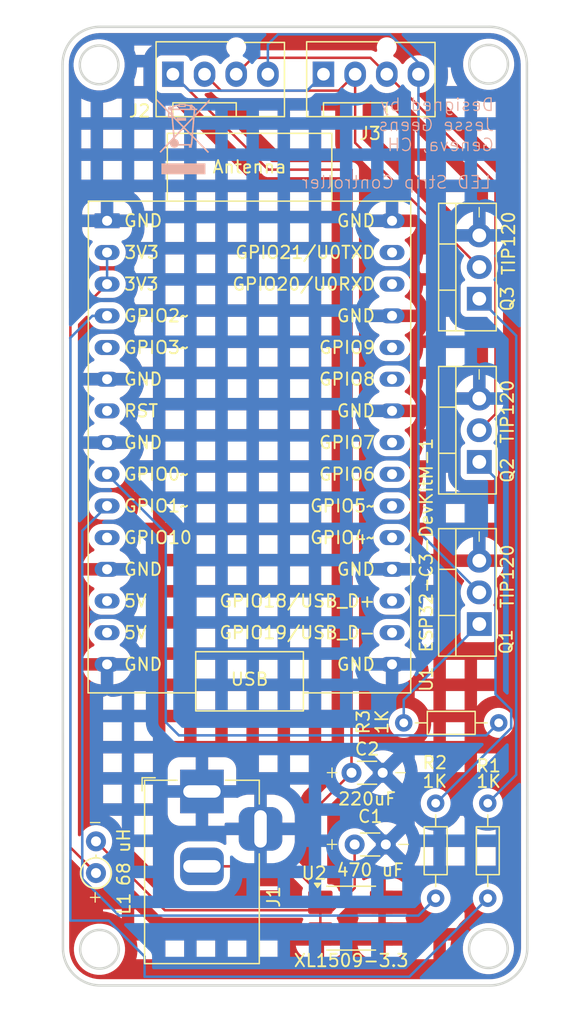
<source format=kicad_pcb>
(kicad_pcb (version 20241229) (generator "pcbnew") (generator_version "9.0")
  (layers (0 "F.Cu" signal) (2 "B.Cu" signal) (13 "F.Paste" user) (15 "B.Paste" user) (5 "F.SilkS" user "F.Silkscreen") (7 "B.SilkS" user "B.Silkscreen") (1 "F.Mask" user) (3 "B.Mask" user) (25 "Edge.Cuts" user))
  (net 0 "")
  (net 1 "Net-(U2-FB)")
  (net 2 "GND")
  (net 3 "Net-(J2-Pin_1)")
  (net 4 "Net-(Q1-B)")
  (net 5 "Net-(J2-Pin_4)")
  (net 6 "Net-(Q2-B)")
  (net 7 "Net-(J2-Pin_3)")
  (net 8 "Net-(J2-Pin_2)")
  (net 9 "Net-(Q3-B)")
  (net 10 "Net-(U1-GPIO2)")
  (net 11 "3V3")
  (net 12 "Net-(U1-GPIO1)")
  (net 13 "Net-(U1-GPIO0)")
  (net 14 "5V")
  (net 19 "5V_1")
  (footprint "Inductor_THT:L_Axial_L5.3mm_D2.2mm_P2.54mm_Vertical_Vishay_IM-1" (layer "F.Cu") (at 128 80.29 90)
    (property "Reference" "L1" (at -2.46 2.25 270) (layer "F.SilkS"))
    (property "Value" "68 uH" (at 1.27 2.22 90) (layer "F.SilkS"))
    (fp_line (start 1.22 0) (end 1.44 0) (stroke (width 0.12)) (layer "F.SilkS"))
    (fp_circle (center 0 0) (end 1.22 0) (stroke (width 0.12)) (fill no) (layer "F.SilkS"))
    (pad "1" thru_hole circle (at 0 0 90) (size 1.6 1.6) (drill 0.8) (layers "*.Cu" "*.Mask") (net 11 "3V3"))
    (pad "2" thru_hole circle (at 2.54 0 90) (size 1.6 1.6) (drill 0.8) (layers "*.Cu" "*.Mask") (net 1 "Net-(U2-FB)"))
  )
  (footprint "Connector_BarrelJack:BarrelJack_Horizontal" (layer "F.Cu") (at 136.5 73.75 90)
    (property "Reference" "J1" (at -8.45 5.75 90) (layer "F.SilkS"))
    (property "Value" "Barrel_Jack_Switch")
    (fp_line (start 0.05 -4.8) (end 1.1 -4.8) (stroke (width 0.12)) (layer "F.SilkS"))
    (fp_line (start 0.9 -4.6) (end 0.9 -2) (stroke (width 0.12)) (layer "F.SilkS"))
    (fp_line (start -13.8 -4.6) (end 0.9 -4.6) (stroke (width 0.12)) (layer "F.SilkS"))
    (fp_line (start 1.1 -3.75) (end 1.1 -4.8) (stroke (width 0.12)) (layer "F.SilkS"))
    (fp_line (start 0.9 1.9) (end 0.9 4.6) (stroke (width 0.12)) (layer "F.SilkS"))
    (fp_line (start 0.9 4.6) (end -1 4.6) (stroke (width 0.12)) (layer "F.SilkS"))
    (fp_line (start -5 4.6) (end -13.8 4.6) (stroke (width 0.12)) (layer "F.SilkS"))
    (fp_line (start -13.8 4.6) (end -13.8 -4.6) (stroke (width 0.12)) (layer "F.SilkS"))
    (pad "1" thru_hole rect (at 0 0 90) (size 3.5 3.5) (drill oval 1 3) (layers "*.Cu" "*.Mask") (net 2 "GND"))
    (pad "2" thru_hole roundrect (at -6 0 90) (size 3 3.5) (drill oval 1 3) (layers "*.Cu" "*.Mask") (net 3 "Net-(J2-Pin_1)"))
    (pad "3" thru_hole roundrect (at -3 4.7 90) (size 3.5 3.5) (drill oval 3 1) (layers "*.Cu" "*.Mask") (net 2 "GND"))
  )
  (footprint "Connector:FanPinHeader_1x04_P2.54mm_Vertical" (layer "F.Cu") (at 134.17 16.25)
    (property "Reference" "J2" (at -2.67 2.95 0) (layer "F.SilkS"))
    (property "Value" "Conn_01x04_Pin" (hide yes))
    (fp_line (start -1.35 -2.6) (end 4.4 -2.6) (stroke (width 0.12)) (layer "F.SilkS"))
    (fp_line (start -1.35 3.4) (end -1.35 -2.6) (stroke (width 0.12)) (layer "F.SilkS"))
    (fp_line (start 0 2.29) (end 5.08 2.29) (stroke (width 0.12)) (layer "F.SilkS"))
    (fp_line (start 0 3.3) (end 0 2.29) (stroke (width 0.12)) (layer "F.SilkS"))
    (fp_line (start 5.08 2.29) (end 5.08 3.3) (stroke (width 0.12)) (layer "F.SilkS"))
    (fp_line (start 5.75 -2.55) (end 8.95 -2.55) (stroke (width 0.12)) (layer "F.SilkS"))
    (fp_line (start 8.95 -2.55) (end 8.95 3.4) (stroke (width 0.12)) (layer "F.SilkS"))
    (fp_line (start 8.95 3.4) (end -1.35 3.4) (stroke (width 0.12)) (layer "F.SilkS"))
    (pad "" np_thru_hole circle (at 5.08 -2.16 90) (size 1.1 1.1) (drill 1.1) (layers "*.Cu" "*.Mask"))
    (pad "1" thru_hole rect (at 0 0 90) (size 2.03 1.73) (drill 1.02) (layers "*.Cu" "*.Mask") (net 3 "Net-(J2-Pin_1)"))
    (pad "2" thru_hole oval (at 2.54 0 90) (size 2.03 1.73) (drill 1.02) (layers "*.Cu" "*.Mask") (net 8 "Net-(J2-Pin_2)"))
    (pad "3" thru_hole oval (at 5.08 0 90) (size 2.03 1.73) (drill 1.02) (layers "*.Cu" "*.Mask") (net 7 "Net-(J2-Pin_3)"))
    (pad "4" thru_hole oval (at 7.62 0 90) (size 2.03 1.73) (drill 1.02) (layers "*.Cu" "*.Mask") (net 5 "Net-(J2-Pin_4)"))
  )
  (footprint "Package_SO:SOIC-8_3.9x4.9mm_P1.27mm" (layer "F.Cu") (at 148.475 83.905)
    (property "Reference" "U2" (at -2.975 -3.605 0) (layer "F.SilkS"))
    (property "Value" "XL1509-3.3" (at 0 3.4 0) (layer "F.SilkS"))
    (fp_line (start 0 -2.56) (end -1.95 -2.56) (stroke (width 0.12)) (layer "F.SilkS"))
    (fp_line (start 0 -2.56) (end 1.95 -2.56) (stroke (width 0.12)) (layer "F.SilkS"))
    (fp_line (start 0 2.56) (end -1.95 2.56) (stroke (width 0.12)) (layer "F.SilkS"))
    (fp_line (start 0 2.56) (end 1.95 2.56) (stroke (width 0.12)) (layer "F.SilkS"))
    (fp_poly (pts (xy -2.7 -2.465) (xy -2.94 -2.795) (xy -2.46 -2.795)) (stroke (width 0.12)) (fill yes) (layer "F.SilkS"))
    (pad "1" smd roundrect (at -2.475 -1.905) (size 1.95 0.6) (layers "F.Cu" "F.Mask" "F.Paste") (net 3 "Net-(J2-Pin_1)"))
    (pad "2" smd roundrect (at -2.475 -0.635) (size 1.95 0.6) (layers "F.Cu" "F.Mask" "F.Paste") (net 1 "Net-(U2-FB)"))
    (pad "3" smd roundrect (at -2.475 0.635) (size 1.95 0.6) (layers "F.Cu" "F.Mask" "F.Paste") (net 1 "Net-(U2-FB)"))
    (pad "4" smd roundrect (at -2.475 1.905) (size 1.95 0.6) (layers "F.Cu" "F.Mask" "F.Paste") (net 2 "GND"))
    (pad "5" smd roundrect (at 2.475 1.905) (size 1.95 0.6) (layers "F.Cu" "F.Mask" "F.Paste") (net 2 "GND"))
    (pad "6" smd roundrect (at 2.475 0.635) (size 1.95 0.6) (layers "F.Cu" "F.Mask" "F.Paste") (net 2 "GND"))
    (pad "7" smd roundrect (at 2.475 -0.635) (size 1.95 0.6) (layers "F.Cu" "F.Mask" "F.Paste") (net 2 "GND"))
    (pad "8" smd roundrect (at 2.475 -1.905) (size 1.95 0.6) (layers "F.Cu" "F.Mask" "F.Paste") (net 2 "GND"))
  )
  (footprint "Resistor_THT:R_Axial_DIN0204_L3.6mm_D1.6mm_P7.62mm_Horizontal" (layer "F.Cu") (at 152.69 68.25)
    (property "Reference" "R3" (at -3.25 -0.07 90) (layer "F.SilkS"))
    (property "Value" "1K" (at -1.75 -0.08 90) (layer "F.SilkS"))
    (fp_line (start 0.94 0) (end 1.89 0) (stroke (width 0.12)) (layer "F.SilkS"))
    (fp_line (start 6.68 0) (end 5.73 0) (stroke (width 0.12)) (layer "F.SilkS"))
    (fp_rect (start 1.89 -0.92) (end 5.73 0.92) (stroke (width 0.12)) (fill no) (layer "F.SilkS"))
    (pad "1" thru_hole circle (at 0 0) (size 1.4 1.4) (drill 0.7) (layers "*.Cu" "*.Mask") (net 4 "Net-(Q1-B)"))
    (pad "2" thru_hole circle (at 7.62 0) (size 1.4 1.4) (drill 0.7) (layers "*.Cu" "*.Mask") (net 13 "Net-(U1-GPIO0)"))
  )
  (footprint "Package_TO_SOT_THT:TO-220-3_Vertical" (layer "F.Cu") (at 158.75 34.25 90)
    (property "Reference" "Q3" (at 0 2.25 90) (layer "F.SilkS"))
    (property "Value" "TIP120" (at 4.45 2.35 90) (layer "F.SilkS"))
    (fp_line (start 7.65 -3.26) (end 7.65 1.36) (stroke (width 0.12)) (layer "F.SilkS"))
    (fp_line (start 4.39 -3.26) (end 4.39 -1.88) (stroke (width 0.12)) (layer "F.SilkS"))
    (fp_line (start 0.69 -3.26) (end 0.69 -1.88) (stroke (width 0.12)) (layer "F.SilkS"))
    (fp_line (start -2.57 -3.26) (end 7.65 -3.26) (stroke (width 0.12)) (layer "F.SilkS"))
    (fp_line (start -2.57 -1.88) (end 7.65 -1.88) (stroke (width 0.12)) (layer "F.SilkS"))
    (fp_line (start 7.65 1.36) (end -2.57 1.36) (stroke (width 0.12)) (layer "F.SilkS"))
    (fp_line (start -2.57 1.36) (end -2.57 -3.26) (stroke (width 0.12)) (layer "F.SilkS"))
    (pad "1" thru_hole rect (at 0 0 90) (size 1.905 2) (drill 1.1) (layers "*.Cu" "*.Mask") (net 9 "Net-(Q3-B)"))
    (pad "2" thru_hole oval (at 2.54 0 90) (size 1.905 2) (drill 1.1) (layers "*.Cu" "*.Mask") (net 8 "Net-(J2-Pin_2)"))
    (pad "3" thru_hole oval (at 5.08 0 90) (size 1.905 2) (drill 1.1) (layers "*.Cu" "*.Mask") (net 2 "GND"))
  )
  (footprint "PCM_Espressif:ESP32-C3-DevKitM-1" (layer "F.Cu") (at 128.89 28)
    (property "Reference" "U1" (at 25.61 36.75 90) (layer "F.SilkS"))
    (property "Value" "ESP32-C3-DevKitM-1" (at 25.61 26 270) (layer "F.SilkS"))
    (fp_line (start -1.524 37.846) (end 7.112 37.846) (stroke (width 0.12)) (layer "F.SilkS"))
    (fp_line (start -1.5 -1.575) (end -1.524 37.846) (stroke (width 0.12)) (layer "F.SilkS"))
    (fp_line (start 4.83 -7.0104) (end 18.03 -7.0104) (stroke (width 0.12)) (layer "F.SilkS"))
    (fp_line (start 4.83 -1.6104) (end 4.83 -7.0104) (stroke (width 0.12)) (layer "F.SilkS"))
    (fp_line (start 18.03 -7.0104) (end 18.03 -1.6104) (stroke (width 0.12)) (layer "F.SilkS"))
    (fp_line (start 24.359999 37.846) (end 15.748 37.846) (stroke (width 0.12)) (layer "F.SilkS"))
    (fp_line (start 24.359999 37.846) (end 24.36 -1.575) (stroke (width 0.12)) (layer "F.SilkS"))
    (fp_line (start 24.36 -1.575) (end -1.5 -1.575) (stroke (width 0.12)) (layer "F.SilkS"))
    (fp_rect (start 7.112 34.544) (end 15.748 39.2938) (stroke (width 0.12)) (fill no) (layer "F.SilkS"))
    (fp_text user "GND" (at 21.59 27.94 0) (layer "F.SilkS") (effects (justify right)))
    (fp_text user "GND" (at 1.27 27.94 0) (layer "F.SilkS") (effects (justify left)))
    (fp_text user "GPIO1~" (at 1.27 22.86 0) (layer "F.SilkS") (effects (justify left)))
    (fp_text user "GPIO8" (at 21.59 12.7 0) (layer "F.SilkS") (effects (justify right)))
    (fp_text user "GPIO2~" (at 1.27 7.62 0) (layer "F.SilkS") (effects (justify left)))
    (fp_text user "GND" (at 21.59 15.24 0) (layer "F.SilkS") (effects (justify right)))
    (fp_text user "Antenna" (at 11.43 -4.318 0) (layer "F.SilkS"))
    (fp_text user "GPIO4~" (at 21.59 25.4 0) (layer "F.SilkS") (effects (justify right)))
    (fp_text user "GPIO6" (at 21.59 20.32 0) (layer "F.SilkS") (effects (justify right)))
    (fp_text user "GPIO9" (at 21.59 10.16 0) (layer "F.SilkS") (effects (justify right)))
    (fp_text user "RST" (at 1.27 15.24 0) (layer "F.SilkS") (effects (justify left)))
    (fp_text user "GPIO18/USB_D+" (at 21.59 30.48 0) (layer "F.SilkS") (effects (justify right)))
    (fp_text user "GND" (at 21.59 0 0) (layer "F.SilkS") (effects (justify right)))
    (fp_text user "3V3" (at 1.3 2.54 0) (layer "F.SilkS") (effects (justify left)))
    (fp_text user "GPIO19/USB_D-" (at 21.59 33.02 0) (layer "F.SilkS") (effects (justify right)))
    (fp_text user "GND" (at 1.27 35.56 0) (layer "F.SilkS") (effects (justify left)))
    (fp_text user "GND" (at 1.27 0 0) (layer "F.SilkS") (effects (justify left)))
    (fp_text user "5V" (at 1.27 33.02 0) (layer "F.SilkS") (effects (justify left)))
    (fp_text user "3V3" (at 1.27 5.08 0) (layer "F.SilkS") (effects (justify left)))
    (fp_text user "USB" (at 11.43 37.338 0) (layer "F.SilkS") (effects (justify bottom)))
    (fp_text user "GND" (at 21.59 35.56 0) (layer "F.SilkS") (effects (justify right)))
    (fp_text user "GND" (at 21.59 7.62 0) (layer "F.SilkS") (effects (justify right)))
    (fp_text user "GPIO0~" (at 1.27 20.32 0) (layer "F.SilkS") (effects (justify left)))
    (fp_text user "GPIO7" (at 21.59 17.78 0) (layer "F.SilkS") (effects (justify right)))
    (fp_text user "GPIO10" (at 1.27 25.4 0) (layer "F.SilkS") (effects (justify left)))
    (fp_text user "GPIO21/U0TXD" (at 21.59 2.54 0) (layer "F.SilkS") (effects (justify right)))
    (fp_text user "GND" (at 1.27 17.78 0) (layer "F.SilkS") (effects (justify left)))
    (fp_text user "GND" (at 1.27 12.7 0) (layer "F.SilkS") (effects (justify left)))
    (fp_text user "GPIO3~" (at 1.27 10.16 0) (layer "F.SilkS") (effects (justify left)))
    (fp_text user "GPIO20/U0RXD" (at 21.59 5.08 0) (layer "F.SilkS") (effects (justify right)))
    (fp_text user "GPIO5~" (at 21.59 22.86 0) (layer "F.SilkS") (effects (justify right)))
    (fp_text user "5V" (at 1.27 30.48 0) (layer "F.SilkS") (effects (justify left)))
    (pad "1" thru_hole rect (at 0 0 270) (size 1.2 2) (drill 0.8) (layers "*.Cu" "*.Mask") (net 2 "GND"))
    (pad "2" thru_hole oval (at 0 2.54 270) (size 1.2 2) (drill 0.8) (layers "*.Cu" "*.Mask") (net 11 "3V3"))
    (pad "3" thru_hole oval (at 0 5.08 270) (size 1.2 2) (drill 0.8) (layers "*.Cu" "*.Mask") (net 11 "3V3"))
    (pad "4" thru_hole oval (at 0 7.62 270) (size 1.2 2) (drill 0.8) (layers "*.Cu" "*.Mask") (net 10 "Net-(U1-GPIO2)"))
    (pad "5" thru_hole oval (at 0 10.16 270) (size 1.2 2) (drill 0.8) (layers "*.Cu" "*.Mask"))
    (pad "6" thru_hole oval (at 0 12.7 270) (size 1.2 2) (drill 0.8) (layers "*.Cu" "*.Mask") (net 2 "GND"))
    (pad "7" thru_hole oval (at 0 15.24 270) (size 1.2 2) (drill 0.8) (layers "*.Cu" "*.Mask"))
    (pad "8" thru_hole oval (at 0 17.78 270) (size 1.2 2) (drill 0.8) (layers "*.Cu" "*.Mask") (net 2 "GND"))
    (pad "9" thru_hole oval (at 0 20.32 270) (size 1.2 2) (drill 0.8) (layers "*.Cu" "*.Mask") (net 13 "Net-(U1-GPIO0)"))
    (pad "10" thru_hole oval (at 0 22.86 270) (size 1.2 2) (drill 0.8) (layers "*.Cu" "*.Mask") (net 12 "Net-(U1-GPIO1)"))
    (pad "11" thru_hole oval (at 0 25.4 270) (size 1.2 2) (drill 0.8) (layers "*.Cu" "*.Mask"))
    (pad "12" thru_hole oval (at 0 27.94 270) (size 1.2 2) (drill 0.8) (layers "*.Cu" "*.Mask") (net 2 "GND"))
    (pad "13" thru_hole oval (at 0 30.48 270) (size 1.2 2) (drill 0.8) (layers "*.Cu" "*.Mask") (net 14 "5V"))
    (pad "14" thru_hole oval (at 0 33.02 270) (size 1.2 2) (drill 0.8) (layers "*.Cu" "*.Mask") (net 19 "5V_1"))
    (pad "15" thru_hole oval (at 0 35.56 270) (size 1.2 2) (drill 0.8) (layers "*.Cu" "*.Mask") (net 2 "GND"))
    (pad "16" thru_hole oval (at 22.86 35.56 270) (size 1.2 2) (drill 0.8) (layers "*.Cu" "*.Mask") (net 2 "GND"))
    (pad "17" thru_hole oval (at 22.86 33.02 270) (size 1.2 2) (drill 0.8) (layers "*.Cu" "*.Mask"))
    (pad "18" thru_hole oval (at 22.86 30.48 270) (size 1.2 2) (drill 0.8) (layers "*.Cu" "*.Mask"))
    (pad "19" thru_hole oval (at 22.86 27.94 270) (size 1.2 2) (drill 0.8) (layers "*.Cu" "*.Mask") (net 2 "GND"))
    (pad "20" thru_hole oval (at 22.86 25.4 270) (size 1.2 2) (drill 0.8) (layers "*.Cu" "*.Mask"))
    (pad "21" thru_hole oval (at 22.86 22.86 270) (size 1.2 2) (drill 0.8) (layers "*.Cu" "*.Mask"))
    (pad "22" thru_hole oval (at 22.86 20.32 270) (size 1.2 2) (drill 0.8) (layers "*.Cu" "*.Mask"))
    (pad "23" thru_hole oval (at 22.86 17.78 270) (size 1.2 2) (drill 0.8) (layers "*.Cu" "*.Mask"))
    (pad "24" thru_hole oval (at 22.86 15.24 270) (size 1.2 2) (drill 0.8) (layers "*.Cu" "*.Mask") (net 2 "GND"))
    (pad "25" thru_hole oval (at 22.86 12.7 270) (size 1.2 2) (drill 0.8) (layers "*.Cu" "*.Mask"))
    (pad "26" thru_hole oval (at 22.86 10.16 270) (size 1.2 2) (drill 0.8) (layers "*.Cu" "*.Mask"))
    (pad "27" thru_hole oval (at 22.86 7.62 270) (size 1.2 2) (drill 0.8) (layers "*.Cu" "*.Mask") (net 2 "GND"))
    (pad "28" thru_hole oval (at 22.86 5.08 270) (size 1.2 2) (drill 0.8) (layers "*.Cu" "*.Mask"))
    (pad "29" thru_hole oval (at 22.86 2.54 270) (size 1.2 2) (drill 0.8) (layers "*.Cu" "*.Mask"))
    (pad "30" thru_hole oval (at 22.86 0 270) (size 1.2 2) (drill 0.8) (layers "*.Cu" "*.Mask") (net 2 "GND"))
  )
  (footprint "Package_TO_SOT_THT:TO-220-3_Vertical" (layer "F.Cu") (at 158.75 47.33 90)
    (property "Reference" "Q2" (at -0.67 2.25 90) (layer "F.SilkS"))
    (property "Value" "TIP120" (at 4.03 2.25 90) (layer "F.SilkS"))
    (fp_line (start 7.65 -3.26) (end 7.65 1.36) (stroke (width 0.12)) (layer "F.SilkS"))
    (fp_line (start 4.39 -3.26) (end 4.39 -1.88) (stroke (width 0.12)) (layer "F.SilkS"))
    (fp_line (start 0.69 -3.26) (end 0.69 -1.88) (stroke (width 0.12)) (layer "F.SilkS"))
    (fp_line (start -2.57 -3.26) (end 7.65 -3.26) (stroke (width 0.12)) (layer "F.SilkS"))
    (fp_line (start -2.57 -1.88) (end 7.65 -1.88) (stroke (width 0.12)) (layer "F.SilkS"))
    (fp_line (start 7.65 1.36) (end -2.57 1.36) (stroke (width 0.12)) (layer "F.SilkS"))
    (fp_line (start -2.57 1.36) (end -2.57 -3.26) (stroke (width 0.12)) (layer "F.SilkS"))
    (pad "1" thru_hole rect (at 0 0 90) (size 1.905 2) (drill 1.1) (layers "*.Cu" "*.Mask") (net 6 "Net-(Q2-B)"))
    (pad "2" thru_hole oval (at 2.54 0 90) (size 1.905 2) (drill 1.1) (layers "*.Cu" "*.Mask") (net 7 "Net-(J2-Pin_3)"))
    (pad "3" thru_hole oval (at 5.08 0 90) (size 1.905 2) (drill 1.1) (layers "*.Cu" "*.Mask") (net 2 "GND"))
  )
  (footprint "Resistor_THT:R_Axial_DIN0204_L3.6mm_D1.6mm_P7.62mm_Horizontal" (layer "F.Cu") (at 159.43 74.69 -90)
    (property "Reference" "R1" (at -3 -0.07 180) (layer "F.SilkS"))
    (property "Value" "1K" (at -1.75 -0.07 180) (layer "F.SilkS"))
    (fp_line (start 0.94 0) (end 1.89 0) (stroke (width 0.12)) (layer "F.SilkS"))
    (fp_line (start 6.68 0) (end 5.73 0) (stroke (width 0.12)) (layer "F.SilkS"))
    (fp_rect (start 1.89 -0.92) (end 5.73 0.92) (stroke (width 0.12)) (fill no) (layer "F.SilkS"))
    (pad "1" thru_hole circle (at 0 0 270) (size 1.4 1.4) (drill 0.7) (layers "*.Cu" "*.Mask") (net 9 "Net-(Q3-B)"))
    (pad "2" thru_hole circle (at 7.62 0 270) (size 1.4 1.4) (drill 0.7) (layers "*.Cu" "*.Mask") (net 10 "Net-(U1-GPIO2)"))
  )
  (footprint "Capacitor_THT:C_Disc_D3.0mm_W1.6mm_P2.50mm" (layer "F.Cu") (at 148.5 72.25)
    (property "Reference" "C2" (at 1.25 -1.9 0) (layer "F.SilkS"))
    (property "Value" "220uF" (at 1.25 2.1 0) (layer "F.SilkS"))
    (fp_line (start 0.485 -0.92) (end 2.015 -0.92) (stroke (width 0.12)) (layer "F.SilkS"))
    (fp_line (start 2.015 0.92) (end 0.485 0.92) (stroke (width 0.12)) (layer "F.SilkS"))
    (pad "1" thru_hole circle (at 0 0) (size 1.6 1.6) (drill 0.8) (layers "*.Cu" "*.Mask") (net 3 "Net-(J2-Pin_1)"))
    (pad "2" thru_hole circle (at 2.5 0) (size 1.6 1.6) (drill 0.8) (layers "*.Cu" "*.Mask") (net 2 "GND"))
  )
  (footprint "Package_TO_SOT_THT:TO-220-3_Vertical" (layer "F.Cu") (at 158.75 60.33 90)
    (property "Reference" "Q1" (hide yes))
    (property "Value" "TIP120" (at 3.83 2.25 90) (layer "F.SilkS"))
    (fp_line (start 7.65 -3.26) (end 7.65 1.36) (stroke (width 0.12)) (layer "F.SilkS"))
    (fp_line (start 4.39 -3.26) (end 4.39 -1.88) (stroke (width 0.12)) (layer "F.SilkS"))
    (fp_line (start 0.69 -3.26) (end 0.69 -1.88) (stroke (width 0.12)) (layer "F.SilkS"))
    (fp_line (start -2.57 -3.26) (end 7.65 -3.26) (stroke (width 0.12)) (layer "F.SilkS"))
    (fp_line (start -2.57 -1.88) (end 7.65 -1.88) (stroke (width 0.12)) (layer "F.SilkS"))
    (fp_line (start 7.65 1.36) (end -2.57 1.36) (stroke (width 0.12)) (layer "F.SilkS"))
    (fp_line (start -2.57 1.36) (end -2.57 -3.26) (stroke (width 0.12)) (layer "F.SilkS"))
    (fp_text user "${REFERENCE}" (at -1.42 2.15 90) (layer "F.SilkS"))
    (pad "1" thru_hole rect (at 0 0 90) (size 1.905 2) (drill 1.1) (layers "*.Cu" "*.Mask") (net 4 "Net-(Q1-B)"))
    (pad "2" thru_hole oval (at 2.54 0 90) (size 1.905 2) (drill 1.1) (layers "*.Cu" "*.Mask") (net 5 "Net-(J2-Pin_4)"))
    (pad "3" thru_hole oval (at 5.08 0 90) (size 1.905 2) (drill 1.1) (layers "*.Cu" "*.Mask") (net 2 "GND"))
  )
  (footprint "Capacitor_THT:C_Disc_D3.0mm_W1.6mm_P2.50mm" (layer "F.Cu") (at 148.75 78)
    (property "Reference" "C1" (at 1.25 -2.25 0) (layer "F.SilkS"))
    (property "Value" "470 uF" (at 1.25 2.05 0) (layer "F.SilkS"))
    (fp_line (start 0.485 -0.92) (end 2.015 -0.92) (stroke (width 0.12)) (layer "F.SilkS"))
    (fp_line (start 2.015 0.92) (end 0.485 0.92) (stroke (width 0.12)) (layer "F.SilkS"))
    (pad "1" thru_hole circle (at 0 0) (size 1.6 1.6) (drill 0.8) (layers "*.Cu" "*.Mask") (net 1 "Net-(U2-FB)"))
    (pad "2" thru_hole circle (at 2.5 0) (size 1.6 1.6) (drill 0.8) (layers "*.Cu" "*.Mask") (net 2 "GND"))
  )
  (footprint "Connector:FanPinHeader_1x04_P2.54mm_Vertical" (layer "F.Cu") (at 146.25 16.25)
    (property "Reference" "J3" (at 3.75 4.75 0) (layer "F.SilkS"))
    (property "Value" "Conn_01x04_Pin" (hide yes))
    (fp_line (start -1.35 -2.6) (end 4.4 -2.6) (stroke (width 0.12)) (layer "F.SilkS"))
    (fp_line (start -1.35 3.4) (end -1.35 -2.6) (stroke (width 0.12)) (layer "F.SilkS"))
    (fp_line (start 0 2.29) (end 5.08 2.29) (stroke (width 0.12)) (layer "F.SilkS"))
    (fp_line (start 0 3.3) (end 0 2.29) (stroke (width 0.12)) (layer "F.SilkS"))
    (fp_line (start 5.08 2.29) (end 5.08 3.3) (stroke (width 0.12)) (layer "F.SilkS"))
    (fp_line (start 5.75 -2.55) (end 8.95 -2.55) (stroke (width 0.12)) (layer "F.SilkS"))
    (fp_line (start 8.95 -2.55) (end 8.95 3.4) (stroke (width 0.12)) (layer "F.SilkS"))
    (fp_line (start 8.95 3.4) (end -1.35 3.4) (stroke (width 0.12)) (layer "F.SilkS"))
    (pad "" np_thru_hole circle (at 5.08 -2.16 90) (size 1.1 1.1) (drill 1.1) (layers "*.Cu" "*.Mask"))
    (pad "1" thru_hole rect (at 0 0 90) (size 2.03 1.73) (drill 1.02) (layers "*.Cu" "*.Mask") (net 3 "Net-(J2-Pin_1)"))
    (pad "2" thru_hole oval (at 2.54 0 90) (size 2.03 1.73) (drill 1.02) (layers "*.Cu" "*.Mask") (net 8 "Net-(J2-Pin_2)"))
    (pad "3" thru_hole oval (at 5.08 0 90) (size 2.03 1.73) (drill 1.02) (layers "*.Cu" "*.Mask") (net 7 "Net-(J2-Pin_3)"))
    (pad "4" thru_hole oval (at 7.62 0 90) (size 2.03 1.73) (drill 1.02) (layers "*.Cu" "*.Mask") (net 5 "Net-(J2-Pin_4)"))
  )
  (footprint "Resistor_THT:R_Axial_DIN0204_L3.6mm_D1.6mm_P7.62mm_Horizontal" (layer "F.Cu") (at 155.25 74.69 -90)
    (property "Reference" "R2" (at -3.25 0.07 180) (layer "F.SilkS"))
    (property "Value" "1K" (at -1.75 0.07 180) (layer "F.SilkS"))
    (fp_line (start 0.94 0) (end 1.89 0) (stroke (width 0.12)) (layer "F.SilkS"))
    (fp_line (start 6.68 0) (end 5.73 0) (stroke (width 0.12)) (layer "F.SilkS"))
    (fp_rect (start 1.89 -0.92) (end 5.73 0.92) (stroke (width 0.12)) (fill no) (layer "F.SilkS"))
    (pad "1" thru_hole circle (at 0 0 270) (size 1.4 1.4) (drill 0.7) (layers "*.Cu" "*.Mask") (net 6 "Net-(Q2-B)"))
    (pad "2" thru_hole circle (at 7.62 0 270) (size 1.4 1.4) (drill 0.7) (layers "*.Cu" "*.Mask") (net 12 "Net-(U1-GPIO1)"))
  )
  (footprint "Symbol:WEEE-Logo_4.2x6mm_SilkScreen" (layer "B.Cu") (at 135 21.25 180)
    (property "Reference" "REF**" (hide yes))
    (property "Value" "WEEE-Logo_4.2x6mm_SilkScreen" (hide yes))
    (fp_poly (pts (xy 1.747822 -3.017822) (xy -1.772971 -3.017822) (xy -1.772971 -2.150198) (xy 1.747822 -2.150198) (xy 1.747822 -3.017822)) (stroke (width 0.01)) (fill yes) (layer "B.SilkS"))
    (fp_poly (pts (xy 2.12443 2.935152) (xy 2.123811 2.848069) (xy 1.672086 2.389109) (xy 1.220361 1.930148) (xy 1.220032 1.719529) (xy 1.219703 1.508911) (xy 0.94461 1.508911) (xy 0.937522 1.45547) (xy 0.934838 1.431112) (xy 0.930313 1.385241) (xy 0.924191 1.320595) (xy 0.916712 1.239909) (xy 0.908119 1.145919) (xy 0.898654 1.041363) (xy 0.888558 0.928975) (xy 0.878074 0.811493) (xy 0.867444 0.691652) (xy 0.856909 0.572189) (xy 0.846713 0.455841) (xy 0.837095 0.345343) (xy 0.8283 0.243431) (xy 0.820568 0.152842) (xy 0.814142 0.076313) (xy 0.809263 0.016579) (xy 0.806175 -0.023624) (xy 0.805117 -0.041559) (xy 0.805118 -0.041644) (xy 0.812827 -0.056035) (xy 0.835981 -0.085748) (xy 0.874895 -0.131131) (xy 0.929884 -0.192529) (xy 1.001264 -0.270288) (xy 1.089349 -0.364754) (xy 1.194454 -0.476272) (xy 1.316895 -0.605188) (xy 1.35131 -0.641287) (xy 1.897137 -1.213416) (xy 1.808881 -1.301436) (xy 1.737485 -1.223758) (xy 1.711366 -1.195686) (xy 1.670566 -1.152274) (xy 1.617777 -1.096366) (xy 1.555691 -1.030808) (xy 1.487 -0.958441) (xy 1.414396 -0.882112) (xy 1.37096 -0.836524) (xy 1.289416 -0.751119) (xy 1.223504 -0.68271) (xy 1.171544 -0.630053) (xy 1.131855 -0.591905) (xy 1.102757 -0.56702) (xy 1.082569 -0.554156) (xy 1.06961 -0.552068) (xy 1.0622 -0.559513) (xy 1.058658 -0.575246) (xy 1.057303 -0.598023) (xy 1.057121 -0.604239) (xy 1.047703 -0.647061) (xy 1.024497 -0.698819) (xy 0.992136 -0.751328) (xy 0.955252 -0.796403) (xy 0.940493 -0.810328) (xy 0.864767 -0.859047) (xy 0.776308 -0.886306) (xy 0.6981 -0.892773) (xy 0.609468 -0.880576) (xy 0.527612 -0.844813) (xy 0.455164 -0.786722) (xy 0.441797 -0.772262) (xy 0.392918 -0.716733) (xy -0.452674 -0.716733) (xy -0.452674 -0.892773) (xy -0.67901 -0.892773) (xy -0.67901 -0.810531) (xy -0.68185 -0.754386) (xy -0.691393 -0.715416) (xy -0.702991 -0.694219) (xy -0.711277 -0.679052) (xy -0.718373 -0.657062) (xy -0.724748 -0.624987) (xy -0.730872 -0.579569) (xy -0.737216 -0.517548) (xy -0.74425 -0.435662) (xy -0.749066 -0.374746) (xy -0.771161 -0.089343) (xy -1.313565 -0.638805) (xy -1.411637 -0.738228) (xy -1.505784 -0.833815) (xy -1.594285 -0.92381) (xy -1.67542 -1.006457) (xy -1.747469 -1.080001) (xy -1.808712 -1.142684) (xy -1.857427 -1.192752) (xy -1.891896 -1.228448) (xy -1.910379 -1.247995) (xy -1.940743 -1.278944) (xy -1.966071 -1.30053) (xy -1.979695 -1.307723) (xy -1.997095 -1.299297) (xy -2.02246 -1.278245) (xy -2.031058 -1.269671) (xy -2.067514 -1.23162) (xy -1.866802 -1.027658) (xy -1.815596 -0.975699) (xy -1.749569 -0.90882) (xy -1.671618 -0.82995) (xy -1.584638 -0.742014) (xy -1.491526 -0.647941) (xy -1.395179 -0.550658) (xy -1.298492 -0.453093) (xy -1.229134 -0.383145) (xy -1.123703 -0.27655) (xy -1.035129 -0.186307) (xy -0.962281 -0.111192) (xy -0.904023 -0.049986) (xy -0.859225 -0.001466) (xy -0.837021 0.023871) (xy -0.658724 0.023871) (xy -0.636401 -0.261555) (xy -0.629669 -0.345219) (xy -0.623157 -0.421727) (xy -0.617234 -0.487081) (xy -0.612268 -0.537281) (xy -0.608629 -0.568329) (xy -0.607458 -0.575273) (xy -0.600838 -0.603565) (xy 0.348636 -0.603565) (xy 0.354974 -0.524606) (xy 0.37411 -0.431315) (xy 0.414154 -0.348791) (xy 0.472582 -0.280038) (xy 0.546871 -0.228063) (xy 0.630252 -0.196863) (xy 0.657302 -0.182228) (xy 0.670844 -0.150819) (xy 0.671128 -0.149434) (xy 0.672753 -0.136174) (xy 0.670744 -0.122595) (xy 0.663142 -0.106181) (xy 0.647984 -0.084411) (xy 0.623312 -0.054767) (xy 0.587164 -0.014732) (xy 0.53758 0.038215) (xy 0.472599 0.106591) (xy 0.468401 0.110995) (xy 0.398507 0.184389) (xy 0.3242 0.262563) (xy 0.250586 0.340136) (xy 0.182771 0.411725) (xy 0.12586 0.471949) (xy 0.113168 0.485413) (xy 0.064513 0.53618) (xy 0.021291 0.579625) (xy -0.013395 0.612759) (xy -0.036444 0.632595) (xy -0.044182 0.636954) (xy -0.055722 0.62783) (xy -0.08271 0.6028) (xy -0.123021 0.563948) (xy -0.174529 0.513357) (xy -0.235109 0.453112) (xy -0.302636 0.385296) (xy -0.357826 0.329435) (xy -0.658724 0.023871) (xy -0.837021 0.023871) (xy -0.826751 0.035589) (xy -0.805471 0.062401) (xy -0.794251 0.080192) (xy -0.791754 0.08843) (xy -0.7927 0.10641) (xy -0.795573 0.147108) (xy -0.800187 0.208181) (xy -0.806358 0.287287) (xy -0.813898 0.382086) (xy -0.822621 0.490233) (xy -0.832343 0.609388) (xy -0.842876 0.737209) (xy -0.851365 0.839365) (xy -0.899396 1.415326) (xy -0.775805 1.415326) (xy -0.775273 1.402896) (xy -0.772769 1.36789) (xy -0.768496 1.312785) (xy -0.762653 1.240057) (xy -0.755443 1.152186) (xy -0.747066 1.051649) (xy -0.737723 0.940923) (xy -0.728758 0.835795) (xy -0.718602 0.716517) (xy -0.709142 0.60392) (xy -0.700596 0.500695) (xy -0.693179 0.409527) (xy -0.687108 0.333105) (xy -0.682601 0.274117) (xy -0.679873 0.235251) (xy -0.679116 0.220156) (xy -0.677935 0.210762) (xy -0.673256 0.207034) (xy -0.663276 0.210529) (xy -0.64619 0.222801) (xy -0.620196 0.245406) (xy -0.58349 0.2799) (xy -0.534267 0.327838) (xy -0.470726 0.390776) (xy -0.403305 0.458032) (xy -0.127601 0.733523) (xy -0.129533 0.735594) (xy 0.05271 0.735594) (xy 0.061016 0.72422) (xy 0.084267 0.697437) (xy 0.120135 0.657708) (xy 0.166287 0.607493) (xy 0.220394 0.549254) (xy 0.280126 0.485453) (xy 0.343152 0.418551) (xy 0.407142 0.35101) (xy 0.469764 0.28529) (xy 0.52869 0.223854) (xy 0.581588 0.169163) (xy 0.626128 0.123678) (xy 0.65998 0.089862) (xy 0.680812 0.070174) (xy 0.686494 0.066163) (xy 0.688366 0.079109) (xy 0.692254 0.114866) (xy 0.697943 0.171196) (xy 0.705219 0.24586) (xy 0.713869 0.33662) (xy 0.723678 0.441238) (xy 0.734434 0.557474) (xy 0.745921 0.683092) (xy 0.755093 0.784382) (xy 0.766826 0.915721) (xy 0.777665 1.039448) (xy 0.78743 1.153319) (xy 0.795937 1.255089) (xy 0.803005 1.342513) (xy 0.808451 1.413347) (xy 0.812092 1.465347) (xy 0.813747 1.496268) (xy 0.813558 1.504297) (xy 0.803666 1.497146) (xy 0.778476 1.474159) (xy 0.74019 1.437561) (xy 0.691011 1.389578) (xy 0.633139 1.332434) (xy 0.568778 1.268353) (xy 0.500129 1.199562) (xy 0.429395 1.128284) (xy 0.358778 1.056745) (xy 0.29048 0.98717) (xy 0.226704 0.921783) (xy 0.16965 0.862809) (xy 0.121522 0.812473) (xy 0.084522 0.773001) (xy 0.060852 0.746617) (xy 0.05271 0.735594) (xy -0.129533 0.735594) (xy -0.230409 0.843705) (xy -0.282768 0.899623) (xy -0.341535 0.962052) (xy -0.404385 1.028557) (xy -0.468995 1.096702) (xy -0.533042 1.164052) (xy -0.594203 1.228172) (xy -0.650153 1.286628) (xy -0.69857 1.336982) (xy -0.73713 1.376802) (xy -0.763509 1.40365) (xy -0.775384 1.415092) (xy -0.775805 1.415326) (xy -0.899396 1.415326) (xy -0.911401 1.559274) (xy -1.511938 2.190842) (xy -2.112475 2.822411) (xy -2.112034 2.910685) (xy -2.111592 2.99896) (xy -2.014583 2.895334) (xy -1.960291 2.837537) (xy -1.896192 2.769632) (xy -1.824016 2.693428) (xy -1.745492 2.610731) (xy -1.662349 2.523347) (xy -1.576319 2.433085) (xy -1.48913 2.34175) (xy -1.402513 2.251151) (xy -1.318197 2.163093) (xy -1.237912 2.079385) (xy -1.163387 2.001833) (xy -1.096354 1.932243) (xy -1.038541 1.872424) (xy -0.991679 1.824182) (xy -0.957496 1.789324) (xy -0.937724 1.769657) (xy -0.93339 1.765884) (xy -0.933092 1.779008) (xy -0.934731 1.812611) (xy -0.938023 1.86212) (xy -0.942682 1.922963) (xy -0.944682 1.947268) (xy -0.959577 2.125049) (xy -0.842955 2.125049) (xy -0.836934 2.096757) (xy -0.833863 2.074382) (xy -0.829548 2.032283) (xy -0.824488 1.975822) (xy -0.819181 1.910365) (xy -0.817344 1.886138) (xy -0.811927 1.816579) (xy -0.806459 1.751982) (xy -0.801488 1.698452) (xy -0.797561 1.66209) (xy -0.796675 1.655491) (xy -0.793334 1.641944) (xy -0.786101 1.626086) (xy -0.77344 1.606139) (xy -0.753811 1.580327) (xy -0.725678 1.546871) (xy -0.687502 1.503993) (xy -0.637746 1.449917) (xy -0.574871 1.382864) (xy -0.497341 1.301057) (xy -0.418251 1.21805) (xy -0.339564 1.135906) (xy -0.266112 1.059831) (xy -0.199724 0.991675) (xy -0.142227 0.933288) (xy -0.095451 0.886519) (xy -0.061224 0.853218) (xy -0.041373 0.835233) (xy -0.03714 0.832558) (xy -0.026003 0.842259) (xy 0.000029 0.867559) (xy 0.03843 0.905918) (xy 0.086672 0.9548) (xy 0.14223 1.011666) (xy 0.182408 1.053094) (xy 0.392169 1.27) (xy -0.226337 1.27) (xy -0.226337 1.508911) (xy 0.528119 1.508911) (xy 0.528119 1.402458) (xy 0.666435 1.540346) (xy 0.764553 1.63816) (xy 0.955643 1.63816) (xy 0.957471 1.62273) (xy 0.966723 1.614133) (xy 0.98905 1.610387) (xy 1.030105 1.609511) (xy 1.037376 1.609505) (xy 1.119109 1.609505) (xy 1.119109 1.828828) (xy 1.037376 1.747821) (xy 0.99127 1.698572) (xy 0.963694 1.660841) (xy 0.955643 1.63816) (xy 0.764553 1.63816) (xy 0.804752 1.678234) (xy 0.804752 1.801048) (xy 0.805137 1.85755) (xy 0.8069 1.893495) (xy 0.81095 1.91347) (xy 0.818199 1.922063) (xy 0.82913 1.923861) (xy 0.841288 1.926502) (xy 0.850273 1.937088) (xy 0.857174 1.959619) (xy 0.863076 1.998091) (xy 0.869065 2.056502) (xy 0.870987 2.077896) (xy 0.875148 2.125049) (xy -0.842955 2.125049) (xy -0.959577 2.125049) (xy -1.119109 2.125049) (xy -1.119109 2.238218) (xy -1.051314 2.238218) (xy -1.011662 2.239304) (xy -0.990116 2.244546) (xy -0.98748 2.247666) (xy -0.848616 2.247666) (xy -0.841308 2.240538) (xy -0.815993 2.238338) (xy -0.798908 2.238218) (xy -0.741881 2.238218) (xy -0.529221 2.238218) (xy 0.885302 2.238218) (xy 0.837458 2.287214) (xy 0.76315 2.347676) (xy 0.671184 2.394309) (xy 0.560002 2.427751) (xy 0.449529 2.446247) (xy 0.377227 2.454878) (xy 0.377227 2.36396) (xy -0.201188 2.36396) (xy -0.201188 2.467107) (xy -0.286065 2.458504) (xy -0.345368 2.451244) (xy -0.408551 2.441621) (xy -0.446386 2.434748) (xy -0.521832 2.419593) (xy -0.525526 2.328905) (xy -0.529221 2.238218) (xy -0.741881 2.238218) (xy -0.741881 2.288515) (xy -0.743544 2.320024) (xy -0.747697 2.337537) (xy -0.749371 2.338812) (xy -0.767987 2.330746) (xy -0.795183 2.31118) (xy -0.822448 2.287056) (xy -0.841267 2.265318) (xy -0.842943 2.262492) (xy -0.848616 2.247666) (xy -0.98748 2.247666) (xy -0.979662 2.256919) (xy -0.975442 2.270396) (xy -0.958219 2.305373) (xy -0.925138 2.347421) (xy -0.881893 2.390644) (xy -0.834174 2.429146) (xy -0.80283 2.449199) (xy -0.767123 2.471149) (xy -0.748819 2.489589) (xy -0.742388 2.511332) (xy -0.741894 2.524282) (xy -0.741894 2.527425) (xy -0.100594 2.527425) (xy -0.100594 2.464554) (xy 0.276633 2.464554) (xy 0.276633 2.527425) (xy -0.100594 2.527425) (xy -0.741894 2.527425) (xy -0.741881 2.565148) (xy -0.636048 2.565148) (xy -0.587355 2.563971) (xy -0.549405 2.560835) (xy -0.528308 2.556329) (xy -0.526023 2.554505) (xy -0.512641 2.551705) (xy -0.480074 2.552852) (xy -0.433916 2.557607) (xy -0.402376 2.561997) (xy -0.345188 2.570622) (xy -0.292886 2.578409) (xy -0.253582 2.584153) (xy -0.242055 2.585785) (xy -0.211937 2.595112) (xy -0.201188 2.609728) (xy -0.19792 2.61568) (xy -0.18623 2.620222) (xy -0.163288 2.62353) (xy -0.126265 2.625785) (xy -0.072332 2.627166) (xy 0.00134 2.62785) (xy 0.08802 2.62802) (xy 0.180529 2.627923) (xy 0.250906 2.62747) (xy 0.302164 2.62641) (xy 0.33732 2.624497) (xy 0.359389 2.621481) (xy 0.371385 2.617115) (xy 0.376324 2.611151) (xy 0.377227 2.604216) (xy 0.384921 2.582205) (xy 0.410121 2.569679) (xy 0.456009 2.565212) (xy 0.464264 2.565148) (xy 0.541973 2.557132) (xy 0.630233 2.535064) (xy 0.721085 2.501916) (xy 0.80657 2.460661) (xy 0.878726 2.414269) (xy 0.888072 2.406918) (xy 0.918533 2.383002) (xy 0.936572 2.373424) (xy 0.949169 2.37652) (xy 0.9621 2.389296) (xy 1.000293 2.414322) (xy 1.049998 2.423929) (xy 1.103524 2.418933) (xy 1.153178 2.400149) (xy 1.191267 2.368394) (xy 1.194025 2.364703) (xy 1.222526 2.305425) (xy 1.227828 2.244066) (xy 1.210518 2.185573) (xy 1.17118 2.134896) (xy 1.16637 2.130711) (xy 1.13844 2.110833) (xy 1.110102 2.102079) (xy 1.070263 2.101447) (xy 1.060311 2.102008) (xy 1.021332 2.103438) (xy 1.001254 2.100161) (xy 0.993985 2.090272) (xy 0.99324 2.081039) (xy 0.991716 2.054256) (xy 0.987935 2.013975) (xy 0.985218 1.989876) (xy 0.981277 1.951599) (xy 0.982916 1.932004) (xy 0.992421 1.924842) (xy 1.009351 1.923861) (xy 1.019392 1.927099) (xy 1.03559 1.93758) (xy 1.059145 1.956452) (xy 1.091257 1.984865) (xy 1.133128 2.023965) (xy 1.185957 2.074903) (xy 1.250945 2.138827) (xy 1.329291 2.216886) (xy 1.422197 2.310228) (xy 1.530863 2.420002) (xy 1.583231 2.473048) (xy 2.125049 3.022233) (xy 2.12443 2.935152)) (stroke (width 0.01)) (fill yes) (layer "B.SilkS"))
  )
  (gr_line (start 125.35 86.3) (end 125.32 15.45) (stroke (width 0.2)) (layer "Edge.Cuts"))
  (gr_circle (center 128.25 15.5) (end 129.8 15.5) (stroke (width 0.2)) (fill no) (layer "Edge.Cuts"))
  (gr_line (start 162.57 15.45) (end 162.6 86.3) (stroke (width 0.2)) (layer "Edge.Cuts"))
  (gr_arc (start 159.57 12.45) (mid 161.69132 13.32868) (end 162.57 15.45) (stroke (width 0.2)) (layer "Edge.Cuts"))
  (gr_circle (center 128.28 86.4) (end 129.83 86.4) (stroke (width 0.2)) (fill no) (layer "Edge.Cuts"))
  (gr_arc (start 125.32 15.45) (mid 126.19868 13.32868) (end 128.32 12.45) (stroke (width 0.2)) (layer "Edge.Cuts"))
  (gr_line (start 128.32 12.45) (end 159.57 12.45) (stroke (width 0.2)) (layer "Edge.Cuts"))
  (gr_arc (start 162.6 86.3) (mid 161.72132 88.42132) (end 159.6 89.3) (stroke (width 0.2)) (layer "Edge.Cuts"))
  (gr_circle (center 159.48 86.35) (end 161.03 86.35) (stroke (width 0.2)) (fill no) (layer "Edge.Cuts"))
  (gr_circle (center 159.5 15.45) (end 161.05 15.45) (stroke (width 0.2)) (fill no) (layer "Edge.Cuts"))
  (gr_arc (start 128.35 89.3) (mid 126.22868 88.42132) (end 125.35 86.3) (stroke (width 0.2)) (layer "Edge.Cuts"))
  (gr_line (start 159.6 89.3) (end 128.35 89.3) (stroke (width 0.2)) (layer "Edge.Cuts"))
  (gr_text "+" (at 146.25 78.5 0) (layer "F.SilkS") (effects (font (size 1 1) (thickness 0.1)) (justify left bottom)))
  (gr_text "-" (at 159.25 28 90) (layer "F.SilkS") (effects (font (size 1 1) (thickness 0.1)) (justify left bottom)))
  (gr_text "-" (at 127.25 76.75 0) (layer "F.SilkS") (effects (font (size 1 1) (thickness 0.1)) (justify left bottom)))
  (gr_text "+" (at 127.25 82.75 0) (layer "F.SilkS") (effects (font (size 1 1) (thickness 0.1)) (justify left bottom)))
  (gr_text "-" (at 152 78.5 0) (layer "F.SilkS") (effects (font (size 1 1) (thickness 0.1)) (justify left bottom)))
  (gr_text "-" (at 159.25 54 90) (layer "F.SilkS") (effects (font (size 1 1) (thickness 0.1)) (justify left bottom)))
  (gr_text "+" (at 146.25 72.75 0) (layer "F.SilkS") (effects (font (size 1 1) (thickness 0.1)) (justify left bottom)))
  (gr_text "-" (at 151.75 72.75 0) (layer "F.SilkS") (effects (font (size 1 1) (thickness 0.1)) (justify left bottom)))
  (gr_text "-" (at 159.25 41 90) (layer "F.SilkS") (effects (font (size 1 1) (thickness 0.1)) (justify left bottom)))
  (gr_text "LED Strip Controller" (at 159.75 25.5 0) (layer "B.SilkS") (effects (font (size 1 1) (thickness 0.1)) (justify left bottom mirror)))
  (gr_text "Designed by\nJesse Geens\nGeneva, CH" (at 160 22.5 0) (layer "B.SilkS") (effects (font (size 1 1) (thickness 0.1)) (justify left bottom mirror)))
  (segment (start 146 84.54) (end 146 83.27) (width 0.2) (layer "F.Cu") (net 1))
  (segment (start 146 83.27) (end 146.974999 83.27) (width 0.2) (layer "F.Cu") (net 1))
  (segment (start 148.75 81.494999) (end 148.75 78) (width 0.2) (layer "F.Cu") (net 1))
  (segment (start 146.974999 83.27) (end 148.75 81.494999) (width 0.2) (layer "F.Cu") (net 1))
  (segment (start 133.52 83.27) (end 146 83.27) (width 0.2) (layer "F.Cu") (net 1))
  (segment (start 128 77.75) (end 133.52 83.27) (width 0.2) (layer "F.Cu") (net 1))
  (segment (start 136.5 79.75) (end 143.75 79.75) (width 0.2) (layer "F.Cu") (net 3))
  (segment (start 148.5 72.25) (end 148.5 23.9) (width 0.2) (layer "F.Cu") (net 3))
  (segment (start 141.82 23.9) (end 134.17 16.25) (width 0.2) (layer "F.Cu") (net 3))
  (segment (start 146 82) (end 145.95 81.95) (width 0.2) (layer "F.Cu") (net 3))
  (segment (start 145.95 81.95) (end 145.95 74.8) (width 0.2) (layer "F.Cu") (net 3))
  (segment (start 148.5 23.9) (end 141.82 23.9) (width 0.2) (layer "F.Cu") (net 3))
  (segment (start 145.95 74.8) (end 148.5 72.25) (width 0.2) (layer "F.Cu") (net 3))
  (segment (start 143.75 79.75) (end 146 82) (width 0.2) (layer "F.Cu") (net 3))
  (segment (start 135.486 17.566) (end 134.17 16.25) (width 0.2) (layer "B.Cu") (net 3))
  (segment (start 144.934 17.566) (end 135.486 17.566) (width 0.2) (layer "B.Cu") (net 3))
  (segment (start 146.25 16.25) (end 144.934 17.566) (width 0.2) (layer "B.Cu") (net 3))
  (segment (start 152.69 68.25) (end 152.69 66.39) (width 0.2) (layer "B.Cu") (net 4))
  (segment (start 152.69 66.39) (end 158.75 60.33) (width 0.2) (layer "B.Cu") (net 4))
  (segment (start 151.586 13.051) (end 142.6 13.051) (width 0.2) (layer "B.Cu") (net 5))
  (segment (start 153.87 52.91) (end 153.87 16.25) (width 0.2) (layer "B.Cu") (net 5))
  (segment (start 153.87 15.335) (end 151.586 13.051) (width 0.2) (layer "B.Cu") (net 5))
  (segment (start 153.87 16.25) (end 153.87 15.335) (width 0.2) (layer "B.Cu") (net 5))
  (segment (start 141.79 13.861) (end 141.79 16.25) (width 0.2) (layer "B.Cu") (net 5))
  (segment (start 158.75 57.79) (end 153.87 52.91) (width 0.2) (layer "B.Cu") (net 5))
  (segment (start 142.6 13.051) (end 141.79 13.861) (width 0.2) (layer "B.Cu") (net 5))
  (segment (start 161.311 68.664628) (end 161.311 67.211) (width 0.2) (layer "B.Cu") (net 6))
  (segment (start 160.051 48.631) (end 158.75 47.33) (width 0.2) (layer "B.Cu") (net 6))
  (segment (start 161.311 67.211) (end 160.051 65.951) (width 0.2) (layer "B.Cu") (net 6))
  (segment (start 160.051 65.951) (end 160.051 48.631) (width 0.2) (layer "B.Cu") (net 6))
  (segment (start 155.25 74.69) (end 155.285628 74.69) (width 0.2) (layer "B.Cu") (net 6))
  (segment (start 155.285628 74.69) (end 161.311 68.664628) (width 0.2) (layer "B.Cu") (net 6))
  (segment (start 140.566 14.934) (end 150.014 14.934) (width 0.2) (layer "F.Cu") (net 7))
  (segment (start 160.051 24.971) (end 160.051 43.489) (width 0.2) (layer "F.Cu") (net 7))
  (segment (start 150.014 14.934) (end 151.33 16.25) (width 0.2) (layer "F.Cu") (net 7))
  (segment (start 139.25 16.25) (end 140.566 14.934) (width 0.2) (layer "F.Cu") (net 7))
  (segment (start 151.33 16.25) (end 160.051 24.971) (width 0.2) (layer "F.Cu") (net 7))
  (segment (start 160.051 43.489) (end 158.75 44.79) (width 0.2) (layer "F.Cu") (net 7))
  (segment (start 148.79 16.25) (end 148.79 21.75) (width 0.2) (layer "F.Cu") (net 8))
  (segment (start 136.71 16.25) (end 138.026 17.566) (width 0.2) (layer "F.Cu") (net 8))
  (segment (start 138.026 17.566) (end 147.474 17.566) (width 0.2) (layer "F.Cu") (net 8))
  (segment (start 147.474 17.566) (end 148.79 16.25) (width 0.2) (layer "F.Cu") (net 8))
  (segment (start 148.79 21.75) (end 158.75 31.71) (width 0.2) (layer "F.Cu") (net 8))
  (segment (start 161.712 37.212) (end 158.75 34.25) (width 0.2) (layer "B.Cu") (net 9))
  (segment (start 159.43 74.69) (end 161.712 72.408) (width 0.2) (layer "B.Cu") (net 9))
  (segment (start 161.712 72.408) (end 161.712 37.212) (width 0.2) (layer "B.Cu") (net 9))
  (segment (start 131.9 86.978026) (end 129.021974 84.1) (width 0.2) (layer "B.Cu") (net 10))
  (segment (start 153.14 88.6) (end 131.9 88.6) (width 0.2) (layer "B.Cu") (net 10))
  (segment (start 125.948649 37.417749) (end 125.930294 37.399394) (width 0.2) (layer "B.Cu") (net 10))
  (segment (start 125.948649 80.748649) (end 125.948649 37.417749) (width 0.2) (layer "B.Cu") (net 10))
  (segment (start 129.021974 84.1) (end 125.950068 84.1) (width 0.2) (layer "B.Cu") (net 10))
  (segment (start 125.930294 37.399394) (end 127.709688 35.62) (width 0.2) (layer "B.Cu") (net 10))
  (segment (start 127.709688 35.62) (end 128.89 35.62) (width 0.2) (layer "B.Cu") (net 10))
  (segment (start 159.43 82.31) (end 153.14 88.6) (width 0.2) (layer "B.Cu") (net 10))
  (segment (start 131.9 88.6) (end 131.9 86.978026) (width 0.2) (layer "B.Cu") (net 10))
  (segment (start 125.950068 84.1) (end 125.948649 80.748649) (width 0.2) (layer "B.Cu") (net 10))
  (segment (start 125.947802 36.022198) (end 125.947802 78.237802) (width 0.2) (layer "F.Cu") (net 11))
  (segment (start 128.89 33.08) (end 125.947802 36.022198) (width 0.2) (layer "F.Cu") (net 11))
  (segment (start 125.947802 78.237802) (end 128 80.29) (width 0.2) (layer "F.Cu") (net 11))
  (segment (start 128.89 30.54) (end 128.89 33.08) (width 0.2) (layer "B.Cu") (net 11))
  (segment (start 126.899 52.851) (end 128.89 50.86) (width 0.2) (layer "B.Cu") (net 12))
  (segment (start 126.899 80.74605) (end 126.899 52.851) (width 0.2) (layer "B.Cu") (net 12))
  (segment (start 129.85395 83.701) (end 126.899 80.74605) (width 0.2) (layer "B.Cu") (net 12))
  (segment (start 153.859 83.701) (end 129.85395 83.701) (width 0.2) (layer "B.Cu") (net 12))
  (segment (start 155.25 82.31) (end 153.859 83.701) (width 0.2) (layer "B.Cu") (net 12))
  (segment (start 159.309 69.251) (end 134.651 69.251) (width 0.2) (layer "B.Cu") (net 13))
  (segment (start 133.6 53.03) (end 128.89 48.32) (width 0.2) (layer "B.Cu") (net 13))
  (segment (start 160.31 68.25) (end 159.309 69.251) (width 0.2) (layer "B.Cu") (net 13))
  (segment (start 134.651 69.251) (end 133.6 68.2) (width 0.2) (layer "B.Cu") (net 13))
  (segment (start 133.6 68.2) (end 133.6 53.03) (width 0.2) (layer "B.Cu") (net 13))
  (zone (net 2) (net_name "GND") (layer "F.Cu") (connect_pads (clearance 0.5)) (min_thickness 0.25) (fill yes (mode hatch) (thermal_gap 1) (thermal_bridge_width 1) (hatch_thickness 1) (hatch_gap 1.5) (hatch_orientation 0) (hatch_border_algorithm hatch_thickness) (hatch_min_hole_area 0.3))
    (polygon (pts (xy 120.6 10.3) (xy 165.4 10.6) (xy 165.2 92.4) (xy 120.3 92.2)))
  )
  (zone (net 2) (net_name "GND") (layer "B.Cu") (connect_pads (clearance 0.5)) (min_thickness 0.25) (fill yes (mode hatch) (thermal_gap 1) (thermal_bridge_width 1) (hatch_thickness 1) (hatch_gap 1.5) (hatch_orientation 0) (hatch_border_algorithm hatch_thickness) (hatch_min_hole_area 0.3))
    (polygon (pts (xy 123.5 12.1) (xy 163.1 12.2) (xy 163 90.8) (xy 122.4 89.7)))
  )
)
</source>
